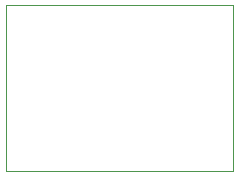
<source format=gbr>
%TF.GenerationSoftware,KiCad,Pcbnew,7.0.9-7.0.9~ubuntu22.04.1*%
%TF.CreationDate,2023-11-27T09:49:11+01:00*%
%TF.ProjectId,pcb,7063622e-6b69-4636-9164-5f7063625858,rev?*%
%TF.SameCoordinates,Original*%
%TF.FileFunction,Profile,NP*%
%FSLAX46Y46*%
G04 Gerber Fmt 4.6, Leading zero omitted, Abs format (unit mm)*
G04 Created by KiCad (PCBNEW 7.0.9-7.0.9~ubuntu22.04.1) date 2023-11-27 09:49:11*
%MOMM*%
%LPD*%
G01*
G04 APERTURE LIST*
%TA.AperFunction,Profile*%
%ADD10C,0.100000*%
%TD*%
G04 APERTURE END LIST*
D10*
X123300000Y-92400000D02*
X142500000Y-92400000D01*
X142500000Y-106500000D01*
X123300000Y-106500000D01*
X123300000Y-92400000D01*
M02*

</source>
